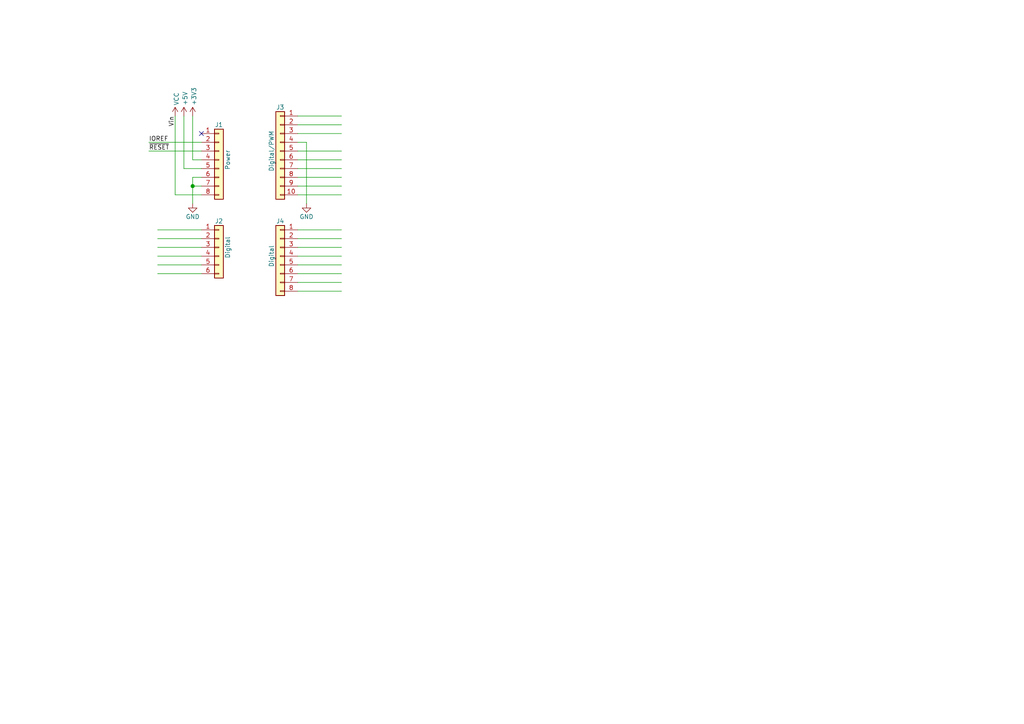
<source format=kicad_sch>
(kicad_sch (version 20230121) (generator eeschema)
  (paper "A4")
  (title_block (date "2023-04-22") (rev "V0.1"))
  (lib_symbols
    (symbol "Connector_Generic:Conn_01x06" (pin_names (offset 1.016) hide)
      (property "Reference" "J" (at 0 7.62 0))
      (property "Value" "Conn_01x06" (at 0 -10.16 0))
      (symbol "Conn_01x06_1_1"
        (rectangle (start -1.27 -7.493) (end 0 -7.747) (stroke (width 0.1524)))
        (rectangle (start -1.27 -4.953) (end 0 -5.207) (stroke (width 0.1524)))
        (rectangle (start -1.27 -2.413) (end 0 -2.667) (stroke (width 0.1524)))
        (rectangle (start -1.27 0.127) (end 0 -0.127) (stroke (width 0.1524)))
        (rectangle (start -1.27 2.667) (end 0 2.413) (stroke (width 0.1524)))
        (rectangle (start -1.27 5.207) (end 0 4.953) (stroke (width 0.1524)))
        (rectangle (start -1.27 6.35) (end 1.27 -8.89) (stroke (width 0.254)) (fill (type background)))
        (pin passive line (at -5.08 5.08 0) (length 3.81) (name "Pin_1") (number "1"))
        (pin passive line (at -5.08 2.54 0) (length 3.81) (name "Pin_2") (number "2"))
        (pin passive line (at -5.08 0 0) (length 3.81) (name "Pin_3") (number "3"))
        (pin passive line (at -5.08 -2.54 0) (length 3.81) (name "Pin_4") (number "4"))
        (pin passive line (at -5.08 -5.08 0) (length 3.81) (name "Pin_5") (number "5"))
        (pin passive line (at -5.08 -7.62 0) (length 3.81) (name "Pin_6") (number "6"))
      )
    )
    (symbol "Connector_Generic:Conn_01x08" (pin_names (offset 1.016) hide)
      (property "Reference" "J" (at 0 10.16 0))
      (property "Value" "Conn_01x08" (at 0 -12.7 0))
      (symbol "Conn_01x08_1_1"
        (rectangle (start -1.27 -10.033) (end 0 -10.287) (stroke (width 0.1524)))
        (rectangle (start -1.27 -7.493) (end 0 -7.747) (stroke (width 0.1524)))
        (rectangle (start -1.27 -4.953) (end 0 -5.207) (stroke (width 0.1524)))
        (rectangle (start -1.27 -2.413) (end 0 -2.667) (stroke (width 0.1524)))
        (rectangle (start -1.27 0.127) (end 0 -0.127) (stroke (width 0.1524)))
        (rectangle (start -1.27 2.667) (end 0 2.413) (stroke (width 0.1524)))
        (rectangle (start -1.27 5.207) (end 0 4.953) (stroke (width 0.1524)))
        (rectangle (start -1.27 7.747) (end 0 7.493) (stroke (width 0.1524)))
        (rectangle (start -1.27 8.89) (end 1.27 -11.43) (stroke (width 0.254)) (fill (type background)))
        (pin passive line (at -5.08 7.62 0) (length 3.81) (name "Pin_1") (number "1"))
        (pin passive line (at -5.08 5.08 0) (length 3.81) (name "Pin_2") (number "2"))
        (pin passive line (at -5.08 2.54 0) (length 3.81) (name "Pin_3") (number "3"))
        (pin passive line (at -5.08 0 0) (length 3.81) (name "Pin_4") (number "4"))
        (pin passive line (at -5.08 -2.54 0) (length 3.81) (name "Pin_5") (number "5"))
        (pin passive line (at -5.08 -5.08 0) (length 3.81) (name "Pin_6") (number "6"))
        (pin passive line (at -5.08 -7.62 0) (length 3.81) (name "Pin_7") (number "7"))
        (pin passive line (at -5.08 -10.16 0) (length 3.81) (name "Pin_8") (number "8"))
      )
    )
    (symbol "Connector_Generic:Conn_01x10" (pin_names (offset 1.016) hide)
      (property "Reference" "J" (at 0 12.7 0))
      (property "Value" "Conn_01x10" (at 0 -15.24 0))
      (symbol "Conn_01x10_1_1"
        (rectangle (start -1.27 -12.573) (end 0 -12.827) (stroke (width 0.1524)))
        (rectangle (start -1.27 -10.033) (end 0 -10.287) (stroke (width 0.1524)))
        (rectangle (start -1.27 -7.493) (end 0 -7.747) (stroke (width 0.1524)))
        (rectangle (start -1.27 -4.953) (end 0 -5.207) (stroke (width 0.1524)))
        (rectangle (start -1.27 -2.413) (end 0 -2.667) (stroke (width 0.1524)))
        (rectangle (start -1.27 0.127) (end 0 -0.127) (stroke (width 0.1524)))
        (rectangle (start -1.27 2.667) (end 0 2.413) (stroke (width 0.1524)))
        (rectangle (start -1.27 5.207) (end 0 4.953) (stroke (width 0.1524)))
        (rectangle (start -1.27 7.747) (end 0 7.493) (stroke (width 0.1524)))
        (rectangle (start -1.27 10.287) (end 0 10.033) (stroke (width 0.1524)))
        (rectangle (start -1.27 11.43) (end 1.27 -13.97) (stroke (width 0.254)) (fill (type background)))
        (pin passive line (at -5.08 10.16 0) (length 3.81) (name "Pin_1") (number "1"))
        (pin passive line (at -5.08 -12.7 0) (length 3.81) (name "Pin_10") (number "10"))
        (pin passive line (at -5.08 7.62 0) (length 3.81) (name "Pin_2") (number "2"))
        (pin passive line (at -5.08 5.08 0) (length 3.81) (name "Pin_3") (number "3"))
        (pin passive line (at -5.08 2.54 0) (length 3.81) (name "Pin_4") (number "4"))
        (pin passive line (at -5.08 0 0) (length 3.81) (name "Pin_5") (number "5"))
        (pin passive line (at -5.08 -2.54 0) (length 3.81) (name "Pin_6") (number "6"))
        (pin passive line (at -5.08 -5.08 0) (length 3.81) (name "Pin_7") (number "7"))
        (pin passive line (at -5.08 -7.62 0) (length 3.81) (name "Pin_8") (number "8"))
        (pin passive line (at -5.08 -10.16 0) (length 3.81) (name "Pin_9") (number "9"))
      )
    )
    (symbol "power:+3V3" (power) (pin_names (offset 0))
      (property "Value" "+3V3" (at 0 3.556 0))
      (symbol "+3V3_0_1"
        (polyline (pts (xy -0.762 1.27) (xy 0 2.54)))
        (polyline (pts (xy 0 0) (xy 0 2.54)))
        (polyline (pts (xy 0 2.54) (xy 0.762 1.27)))
      )
      (symbol "+3V3_1_1"
        (pin power_in line (at 0 0 90) (length 0) hide (name "+3V3") (number "1"))
      )
    )
    (symbol "power:+5V" (power) (pin_names (offset 0))
      (property "Value" "+5V" (at 0 3.556 0))
      (symbol "+5V_0_1"
        (polyline (pts (xy -0.762 1.27) (xy 0 2.54)))
        (polyline (pts (xy 0 0) (xy 0 2.54)))
        (polyline (pts (xy 0 2.54) (xy 0.762 1.27)))
      )
      (symbol "+5V_1_1"
        (pin power_in line (at 0 0 90) (length 0) hide (name "+5V") (number "1"))
      )
    )
    (symbol "power:GND" (power) (pin_names (offset 0))
      (property "Value" "GND" (at 0 -3.81 0))
      (symbol "GND_0_1"
        (polyline (pts (xy 0 0) (xy 0 -1.27) (xy 1.27 -1.27) (xy 0 -2.54) (xy -1.27 -1.27) (xy 0 -1.27)))
      )
      (symbol "GND_1_1"
        (pin power_in line (at 0 0 270) (length 0) hide (name "GND") (number "1"))
      )
    )
    (symbol "power:VCC" (power) (pin_names (offset 0))
      (property "Value" "VCC" (at 0 3.81 0))
      (symbol "VCC_0_1"
        (polyline (pts (xy -0.762 1.27) (xy 0 2.54)))
        (polyline (pts (xy 0 0) (xy 0 2.54)))
        (polyline (pts (xy 0 2.54) (xy 0.762 1.27)))
      )
      (symbol "VCC_1_1"
        (pin power_in line (at 0 0 90) (length 0) hide (name "VCC") (number "1"))
      )
    )
  )
  (junction (at 55.88 53.975) (diameter 1.016))
  (no_connect (at 58.42 38.735))
  (wire (pts (xy 86.36 36.195) (xy 99.06 36.195)))
  (wire (pts (xy 58.42 53.975) (xy 55.88 53.975)))
  (wire (pts (xy 58.42 51.435) (xy 55.88 51.435)))
  (wire (pts (xy 45.72 69.215) (xy 58.42 69.215)))
  (wire (pts (xy 58.42 66.675) (xy 45.72 66.675)))
  (wire (pts (xy 86.36 41.275) (xy 88.9 41.275)))
  (wire (pts (xy 55.88 46.355) (xy 58.42 46.355)))
  (wire (pts (xy 43.18 41.275) (xy 58.42 41.275)))
  (wire (pts (xy 86.36 74.295) (xy 99.06 74.295)))
  (wire (pts (xy 45.72 79.375) (xy 58.42 79.375)))
  (wire (pts (xy 86.36 38.735) (xy 99.06 38.735)))
  (wire (pts (xy 86.36 66.675) (xy 99.06 66.675)))
  (wire (pts (xy 58.42 56.515) (xy 50.8 56.515)))
  (wire (pts (xy 86.36 69.215) (xy 99.06 69.215)))
  (wire (pts (xy 86.36 46.355) (xy 99.06 46.355)))
  (wire (pts (xy 86.36 53.975) (xy 99.06 53.975)))
  (wire (pts (xy 88.9 41.275) (xy 88.9 59.055)))
  (wire (pts (xy 58.42 71.755) (xy 45.72 71.755)))
  (wire (pts (xy 55.88 33.655) (xy 55.88 46.355)))
  (wire (pts (xy 50.8 56.515) (xy 50.8 33.655)))
  (wire (pts (xy 53.34 48.895) (xy 58.42 48.895)))
  (wire (pts (xy 58.42 76.835) (xy 45.72 76.835)))
  (wire (pts (xy 86.36 81.915) (xy 99.06 81.915)))
  (wire (pts (xy 43.18 43.815) (xy 58.42 43.815)))
  (wire (pts (xy 86.36 84.455) (xy 99.06 84.455)))
  (wire (pts (xy 86.36 51.435) (xy 99.06 51.435)))
  (wire (pts (xy 86.36 56.515) (xy 99.06 56.515)))
  (wire (pts (xy 45.72 74.295) (xy 58.42 74.295)))
  (wire (pts (xy 55.88 53.975) (xy 55.88 59.055)))
  (wire (pts (xy 86.36 48.895) (xy 99.06 48.895)))
  (wire (pts (xy 86.36 76.835) (xy 99.06 76.835)))
  (wire (pts (xy 86.36 43.815) (xy 99.06 43.815)))
  (wire (pts (xy 53.34 33.655) (xy 53.34 48.895)))
  (wire (pts (xy 86.36 71.755) (xy 99.06 71.755)))
  (wire (pts (xy 55.88 51.435) (xy 55.88 53.975)))
  (wire (pts (xy 86.36 79.375) (xy 99.06 79.375)))
  (wire (pts (xy 86.36 33.655) (xy 99.06 33.655)))
  (label "IOREF" (at 43.18 41.275 0))
  (label "~{RESET}" (at 43.18 43.815 0))
  (label "Vin" (at 50.8 33.655 270))
  (symbol (lib_id "Connector_Generic:Conn_01x08") (at 81.28 74.295 0) (mirror y) (unit 1)
    (property "Reference" "J4" (at 81.28 64.135 0))
    (property "Value" "Digital" (at 78.74 74.295 90))
    (property "Footprint" "Connector_PinSocket_2.54mm:PinSocket_1x08_P2.54mm_Vertical" (effects hide))
  )
  (symbol (lib_id "power:GND") (at 55.88 59.055 0) (unit 1)
    (property "Reference" "#PWR061" (effects hide))
    (property "Value" "GND" (at 55.88 62.865 0))
    (instances (project "UFO-FPGA" (path "" (reference "#PWR061") (unit 1))) (project "Uno-Template" (path "" (reference "#PWR04") (unit 1))))
  )
  (symbol (lib_id "Connector_Generic:Conn_01x08") (at 63.5 46.355 0) (unit 1)
    (property "Reference" "J1" (at 63.5 36.195 0))
    (property "Value" "Power" (at 66.04 46.355 90))
    (property "Footprint" "Connector_PinSocket_2.54mm:PinSocket_1x08_P2.54mm_Vertical" (effects hide))
  )
  (symbol (lib_id "power:+5V") (at 53.34 33.655 0) (unit 1)
    (property "Reference" "#PWR059" (effects hide))
    (property "Value" "+5V" (at 53.6956 30.607 90) (effects (justify left)))
    (instances (project "UFO-FPGA" (path "" (reference "#PWR059") (unit 1))) (project "Uno-Template" (path "" (reference "#PWR02") (unit 1))))
  )
  (symbol (lib_id "power:+3V3") (at 55.88 33.655 0) (unit 1)
    (property "Reference" "#PWR060" (effects hide))
    (property "Value" "+3.3V" (at 56.261 30.607 90) (effects (justify left)))
    (instances (project "UFO-FPGA" (path "" (reference "#PWR060") (unit 1))) (project "Uno-Template" (path "" (reference "#PWR03") (unit 1))))
  )
  (symbol (lib_id "Connector_Generic:Conn_01x06") (at 63.5 71.755 0) (unit 1)
    (property "Reference" "J2" (at 63.5 64.135 0))
    (property "Value" "Digital" (at 66.04 71.755 90))
    (property "Footprint" "Connector_PinSocket_2.54mm:PinSocket_1x06_P2.54mm_Vertical" (effects hide))
    (instances (project "UFO-FPGA" (path "" (reference "J2") (unit 1))) (project "Uno-Template" (path "" (reference "J3") (unit 1))))
  )
  (symbol (lib_id "power:GND") (at 88.9 59.055 0) (unit 1)
    (property "Reference" "#PWR062" (effects hide))
    (property "Value" "GND" (at 88.9 62.865 0))
    (instances (project "UFO-FPGA" (path "" (reference "#PWR062") (unit 1))) (project "Uno-Template" (path "" (reference "#PWR05") (unit 1))))
  )
  (symbol (lib_id "Connector_Generic:Conn_01x10") (at 81.28 43.815 0) (mirror y) (unit 1)
    (property "Reference" "J3" (at 81.28 31.115 0))
    (property "Value" "Digital/PWM" (at 78.74 43.815 90))
    (property "Footprint" "Connector_PinSocket_2.54mm:PinSocket_1x10_P2.54mm_Vertical" (effects hide))
    (instances (project "UFO-FPGA" (path "" (reference "J3") (unit 1))) (project "Uno-Template" (path "" (reference "J2") (unit 1))))
  )
  (symbol (lib_id "power:VCC") (at 50.8 33.655 0) (unit 1)
    (property "Reference" "#PWR058" (effects hide))
    (property "Value" "VCC" (at 51.181 30.607 90) (effects (justify left)))
    (instances (project "UFO-FPGA" (path "" (reference "#PWR058") (unit 1))) (project "Uno-Template" (path "" (reference "#PWR01") (unit 1))))
  )
)
</source>
